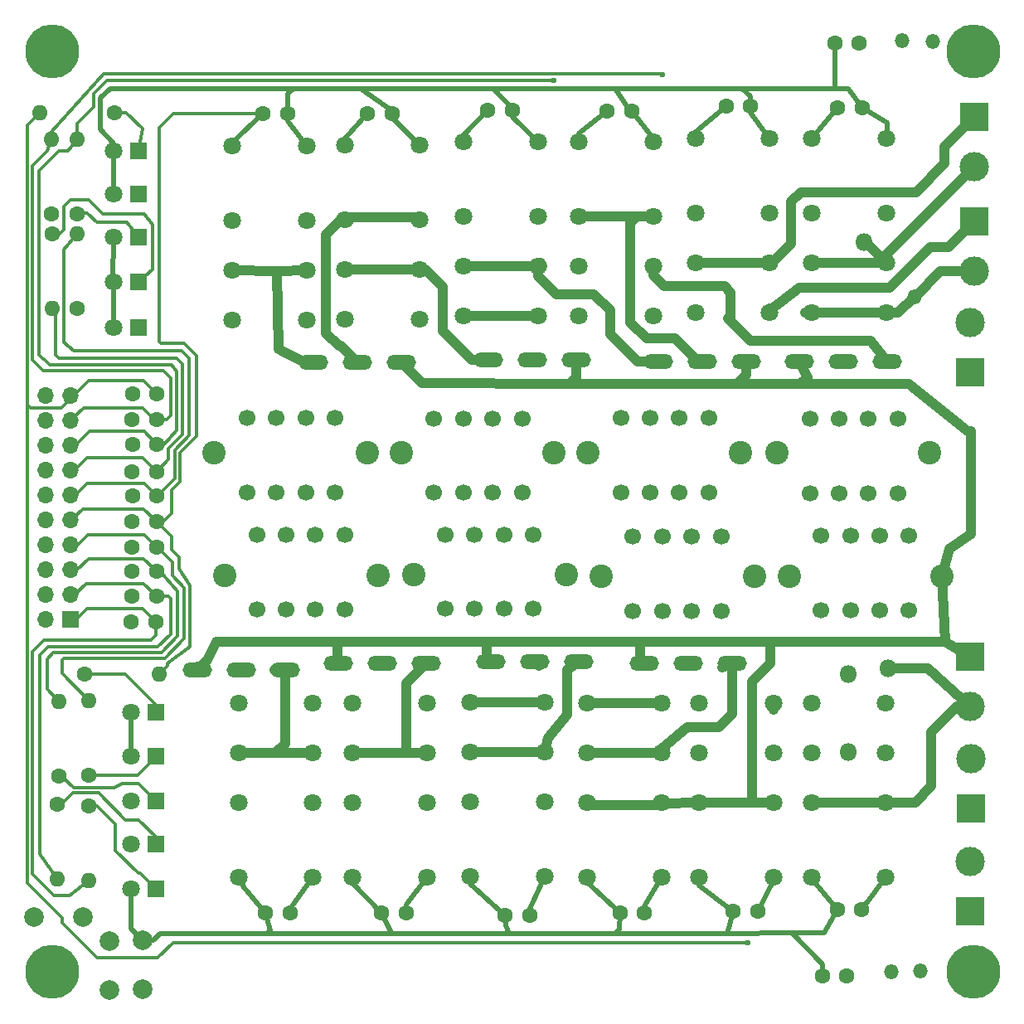
<source format=gbr>
G04 #@! TF.FileFunction,Copper,L2,Bot,Signal*
%FSLAX46Y46*%
G04 Gerber Fmt 4.6, Leading zero omitted, Abs format (unit mm)*
G04 Created by KiCad (PCBNEW 4.0.7) date 11/25/19 02:10:32*
%MOMM*%
%LPD*%
G01*
G04 APERTURE LIST*
%ADD10C,0.100000*%
%ADD11C,1.800000*%
%ADD12C,1.600000*%
%ADD13O,1.600000X1.600000*%
%ADD14R,1.800000X1.800000*%
%ADD15R,3.000000X3.000000*%
%ADD16C,3.000000*%
%ADD17C,5.500000*%
%ADD18O,3.000000X1.500000*%
%ADD19R,1.700000X1.700000*%
%ADD20O,1.700000X1.700000*%
%ADD21C,2.000000*%
%ADD22C,1.700000*%
%ADD23C,2.400000*%
%ADD24O,1.800000X1.800000*%
%ADD25O,1.500000X1.500000*%
%ADD26C,0.600000*%
%ADD27C,1.000000*%
%ADD28C,0.500000*%
%ADD29C,0.350000*%
G04 APERTURE END LIST*
D10*
D11*
X71973280Y-129766080D03*
X71973280Y-119606080D03*
X71973280Y-124686080D03*
X79573280Y-124686080D03*
X79573280Y-129766080D03*
X79573280Y-119606080D03*
X71973280Y-137386080D03*
X79573280Y-137386080D03*
D12*
X53479700Y-129921000D03*
D13*
X53479700Y-137541000D03*
D12*
X85156040Y-59359800D03*
X87656040Y-59359800D03*
X63535560Y-111257080D03*
X61035560Y-111257080D03*
D14*
X63538100Y-129552700D03*
D11*
X60998100Y-129552700D03*
D12*
X52946300Y-71691500D03*
D13*
X52946300Y-79311500D03*
D14*
X63538100Y-138582400D03*
D11*
X60998100Y-138582400D03*
D14*
X63538100Y-133997700D03*
D11*
X60998100Y-133997700D03*
D15*
X146657060Y-114861340D03*
D16*
X146657060Y-119941340D03*
D15*
X147116800Y-70408800D03*
D16*
X147116800Y-75488800D03*
D12*
X113436400Y-140985240D03*
X110936400Y-140985240D03*
X101727000Y-141224000D03*
X99227000Y-141224000D03*
X89077800Y-140970000D03*
X86577800Y-140970000D03*
X77231240Y-141046200D03*
X74731240Y-141046200D03*
X74488040Y-59359800D03*
X76988040Y-59359800D03*
X97454720Y-59065160D03*
X99954720Y-59065160D03*
X109611160Y-59151520D03*
X112111160Y-59151520D03*
X121762520Y-58618120D03*
X124262520Y-58618120D03*
X135620760Y-140705840D03*
X133120760Y-140705840D03*
X59334400Y-59283600D03*
D13*
X51714400Y-59283600D03*
D15*
X147116800Y-59740800D03*
D16*
X147116800Y-64820800D03*
D17*
X147000000Y-53000000D03*
X53000000Y-147000000D03*
D12*
X52920900Y-69596000D03*
D13*
X52920900Y-61976000D03*
D14*
X63538100Y-125031500D03*
D11*
X60998100Y-125031500D03*
D14*
X63512700Y-120535700D03*
D11*
X60972700Y-120535700D03*
D14*
X61800000Y-81200000D03*
D11*
X59260000Y-81200000D03*
D14*
X61800000Y-76600000D03*
D11*
X59260000Y-76600000D03*
D14*
X61800000Y-72000000D03*
D11*
X59260000Y-72000000D03*
D12*
X56667400Y-130048000D03*
D13*
X56667400Y-137668000D03*
D12*
X53644800Y-127025400D03*
D13*
X53644800Y-119405400D03*
D12*
X56730900Y-126949200D03*
D13*
X56730900Y-119329200D03*
D12*
X56273700Y-116624100D03*
D13*
X63893700Y-116624100D03*
D12*
X55525000Y-79325000D03*
D13*
X55525000Y-71705000D03*
D12*
X55475000Y-69625000D03*
D13*
X55475000Y-62005000D03*
D18*
X119329200Y-84734400D03*
X123829200Y-84734400D03*
X114829200Y-84734400D03*
X102000000Y-84500000D03*
X106500000Y-84500000D03*
X97500000Y-84500000D03*
X84100000Y-84800000D03*
X88600000Y-84800000D03*
X79600000Y-84800000D03*
X86680040Y-115559840D03*
X82180040Y-115559840D03*
X91180040Y-115559840D03*
X102224840Y-115366800D03*
X97724840Y-115366800D03*
X106724840Y-115366800D03*
X117922040Y-115519200D03*
X113422040Y-115519200D03*
X122422040Y-115519200D03*
D14*
X61800000Y-67600000D03*
D11*
X59260000Y-67600000D03*
D14*
X61800000Y-63200000D03*
D11*
X59260000Y-63200000D03*
D18*
X72263000Y-116205000D03*
X67763000Y-116205000D03*
X76763000Y-116205000D03*
D15*
X146710400Y-140817600D03*
D16*
X146710400Y-135737600D03*
D15*
X146812000Y-130352800D03*
D16*
X146812000Y-125272800D03*
D15*
X146723100Y-85839300D03*
D16*
X146723100Y-80759300D03*
D18*
X133756400Y-84734400D03*
X129256400Y-84734400D03*
X138256400Y-84734400D03*
D19*
X54864000Y-111061500D03*
D20*
X52324000Y-111061500D03*
X54864000Y-108521500D03*
X52324000Y-108521500D03*
X54864000Y-105981500D03*
X52324000Y-105981500D03*
X54864000Y-103441500D03*
X52324000Y-103441500D03*
X54864000Y-100901500D03*
X52324000Y-100901500D03*
X54864000Y-98361500D03*
X52324000Y-98361500D03*
X54864000Y-95821500D03*
X52324000Y-95821500D03*
X54864000Y-93281500D03*
X52324000Y-93281500D03*
X54864000Y-90741500D03*
X52324000Y-90741500D03*
X54864000Y-88201500D03*
X52324000Y-88201500D03*
D12*
X125003560Y-140817600D03*
X122503560Y-140817600D03*
X133162040Y-58785760D03*
X135662040Y-58785760D03*
X63652400Y-88011000D03*
X61152400Y-88011000D03*
X63601600Y-90627200D03*
X61101600Y-90627200D03*
X63652400Y-93141800D03*
X61152400Y-93141800D03*
X63601600Y-95935800D03*
X61101600Y-95935800D03*
X63652400Y-98399600D03*
X61152400Y-98399600D03*
X63601600Y-101041200D03*
X61101600Y-101041200D03*
X63627000Y-103632000D03*
X61127000Y-103632000D03*
X63627000Y-106146600D03*
X61127000Y-106146600D03*
X63591440Y-108686600D03*
X61091440Y-108686600D03*
D21*
X58790840Y-148859240D03*
X58790840Y-143859240D03*
X62191900Y-148805900D03*
X62191900Y-143805900D03*
X56121300Y-141401800D03*
X51121300Y-141401800D03*
D17*
X147000000Y-147000000D03*
D22*
X93094800Y-109968800D03*
X96094800Y-109968800D03*
X99094800Y-109968800D03*
X102094800Y-109968800D03*
X93094800Y-102365800D03*
X96094800Y-102365800D03*
X99094800Y-102365800D03*
X102094800Y-102365800D03*
D23*
X89840800Y-106476800D03*
X105460800Y-106476800D03*
D22*
X112271800Y-110146600D03*
X115271800Y-110146600D03*
X118271800Y-110146600D03*
X121271800Y-110146600D03*
X112271800Y-102543600D03*
X115271800Y-102543600D03*
X118271800Y-102543600D03*
X121271800Y-102543600D03*
D23*
X109017800Y-106654600D03*
X124637800Y-106654600D03*
D22*
X131461500Y-110108500D03*
X134461500Y-110108500D03*
X137461500Y-110108500D03*
X140461500Y-110108500D03*
X131461500Y-102505500D03*
X134461500Y-102505500D03*
X137461500Y-102505500D03*
X140461500Y-102505500D03*
D23*
X128207500Y-106616500D03*
X143827500Y-106616500D03*
D22*
X73841600Y-110019600D03*
X76841600Y-110019600D03*
X79841600Y-110019600D03*
X82841600Y-110019600D03*
X73841600Y-102416600D03*
X76841600Y-102416600D03*
X79841600Y-102416600D03*
X82841600Y-102416600D03*
D23*
X70587600Y-106527600D03*
X86207600Y-106527600D03*
D22*
X81860400Y-90488000D03*
X78860400Y-90488000D03*
X75860400Y-90488000D03*
X72860400Y-90488000D03*
X81860400Y-98091000D03*
X78860400Y-98091000D03*
X75860400Y-98091000D03*
X72860400Y-98091000D03*
D23*
X85114400Y-93980000D03*
X69494400Y-93980000D03*
D22*
X100946000Y-90508000D03*
X97946000Y-90508000D03*
X94946000Y-90508000D03*
X91946000Y-90508000D03*
X100946000Y-98111000D03*
X97946000Y-98111000D03*
X94946000Y-98111000D03*
X91946000Y-98111000D03*
D23*
X104200000Y-94000000D03*
X88580000Y-94000000D03*
D22*
X120011200Y-90488000D03*
X117011200Y-90488000D03*
X114011200Y-90488000D03*
X111011200Y-90488000D03*
X120011200Y-98091000D03*
X117011200Y-98091000D03*
X114011200Y-98091000D03*
X111011200Y-98091000D03*
D23*
X123265200Y-93980000D03*
X107645200Y-93980000D03*
D22*
X139315200Y-90538800D03*
X136315200Y-90538800D03*
X133315200Y-90538800D03*
X130315200Y-90538800D03*
X139315200Y-98141800D03*
X136315200Y-98141800D03*
X133315200Y-98141800D03*
X130315200Y-98141800D03*
D23*
X142569200Y-94030800D03*
X126949200Y-94030800D03*
D17*
X53000000Y-53000000D03*
D11*
X130479640Y-129710200D03*
X130479640Y-119550200D03*
X130479640Y-124630200D03*
X138079640Y-124630200D03*
X138079640Y-129710200D03*
X138079640Y-119550200D03*
X130479640Y-137330200D03*
X138079640Y-137330200D03*
X118996300Y-129748300D03*
X118996300Y-119588300D03*
X118996300Y-124668300D03*
X126596300Y-124668300D03*
X126596300Y-129748300D03*
X126596300Y-119588300D03*
X118996300Y-137368300D03*
X126596300Y-137368300D03*
X138135520Y-69557880D03*
X138135520Y-79717880D03*
X138135520Y-74637880D03*
X130535520Y-74637880D03*
X130535520Y-69557880D03*
X130535520Y-79717880D03*
X138135520Y-61937880D03*
X130535520Y-61937880D03*
X126233080Y-69557880D03*
X126233080Y-79717880D03*
X126233080Y-74637880D03*
X118633080Y-74637880D03*
X118633080Y-69557880D03*
X118633080Y-79717880D03*
X126233080Y-61937880D03*
X118633080Y-61937880D03*
X114366200Y-69898240D03*
X114366200Y-80058240D03*
X114366200Y-74978240D03*
X106766200Y-74978240D03*
X106766200Y-69898240D03*
X106766200Y-80058240D03*
X114366200Y-62278240D03*
X106766200Y-62278240D03*
X90469880Y-70228440D03*
X90469880Y-80388440D03*
X90469880Y-75308440D03*
X82869880Y-75308440D03*
X82869880Y-70228440D03*
X82869880Y-80388440D03*
X90469880Y-62608440D03*
X82869880Y-62608440D03*
X78971300Y-70314800D03*
X78971300Y-80474800D03*
X78971300Y-75394800D03*
X71371300Y-75394800D03*
X71371300Y-70314800D03*
X71371300Y-80474800D03*
X78971300Y-62694800D03*
X71371300Y-62694800D03*
X83642040Y-129786400D03*
X83642040Y-119626400D03*
X83642040Y-124706400D03*
X91242040Y-124706400D03*
X91242040Y-129786400D03*
X91242040Y-119626400D03*
X83642040Y-137406400D03*
X91242040Y-137406400D03*
X95641000Y-129634000D03*
X95641000Y-119474000D03*
X95641000Y-124554000D03*
X103241000Y-124554000D03*
X103241000Y-129634000D03*
X103241000Y-119474000D03*
X95641000Y-137254000D03*
X103241000Y-137254000D03*
X107579000Y-129761000D03*
X107579000Y-119601000D03*
X107579000Y-124681000D03*
X115179000Y-124681000D03*
X115179000Y-129761000D03*
X115179000Y-119601000D03*
X107579000Y-137381000D03*
X115179000Y-137381000D03*
X102595840Y-69893160D03*
X102595840Y-80053160D03*
X102595840Y-74973160D03*
X94995840Y-74973160D03*
X94995840Y-69893160D03*
X94995840Y-80053160D03*
X102595840Y-62273160D03*
X94995840Y-62273160D03*
D24*
X134264400Y-124602240D03*
X134264400Y-116596160D03*
X138348720Y-115986560D03*
X135890000Y-72506840D03*
D25*
X140995400Y-78069440D03*
X142875000Y-51981100D03*
X139725400Y-51955700D03*
X138633200Y-146989800D03*
X141579600Y-146913600D03*
D12*
X135382000Y-52197000D03*
X132882000Y-52197000D03*
X134112000Y-147447000D03*
X131612000Y-147447000D03*
D26*
X104160320Y-56001920D03*
X123977400Y-144018000D03*
X115290600Y-55438040D03*
D27*
X138587480Y-116001800D02*
X142392400Y-116001800D01*
X142392400Y-116001800D02*
X146657060Y-119941340D01*
X138079640Y-129710200D02*
X130479640Y-129710200D01*
X146657060Y-119941340D02*
X145348960Y-119941340D01*
X145348960Y-119941340D02*
X142722600Y-122567700D01*
X141066500Y-129710200D02*
X138079640Y-129710200D01*
X142722600Y-128054100D02*
X141066500Y-129710200D01*
X142722600Y-122567700D02*
X142722600Y-128054100D01*
X117922040Y-115519200D02*
X117522040Y-115519200D01*
X118028840Y-115647200D02*
X118028840Y-115473600D01*
X118028840Y-115647200D02*
X118028840Y-115245000D01*
X107579000Y-124681000D02*
X115179000Y-124681000D01*
X115179000Y-124681000D02*
X115179000Y-124276960D01*
X115179000Y-124276960D02*
X117779800Y-122072400D01*
X121056400Y-122072400D02*
X122422040Y-120706760D01*
X117779800Y-122072400D02*
X121056400Y-122072400D01*
X122422040Y-120706760D02*
X122422040Y-115519200D01*
X121392280Y-115905760D02*
X122422040Y-115519200D01*
X122528840Y-115647200D02*
X122274840Y-115647200D01*
X107579000Y-125001000D02*
X107579000Y-124821900D01*
X102224840Y-115366800D02*
X101774840Y-115366800D01*
X102624840Y-115766800D02*
X102224840Y-115366800D01*
X103241000Y-124554000D02*
X103576280Y-123118720D01*
X103576280Y-123118720D02*
X105537000Y-120777000D01*
X105537000Y-120777000D02*
X105537000Y-116173640D01*
X105537000Y-116173640D02*
X106724840Y-115366800D01*
X95641000Y-124554000D02*
X103241000Y-124554000D01*
X103241000Y-124874000D02*
X103400200Y-124874000D01*
X106724840Y-115366800D02*
X105814840Y-115366800D01*
X106724840Y-115366800D02*
X106124840Y-115366800D01*
X89154000Y-124706400D02*
X89154000Y-117585880D01*
X89154000Y-117585880D02*
X91180040Y-115559840D01*
X91242040Y-124706400D02*
X89154000Y-124706400D01*
X89154000Y-124706400D02*
X83642040Y-124706400D01*
X91242040Y-125026400D02*
X91242040Y-124927200D01*
X91180040Y-115559840D02*
X90886280Y-115559840D01*
X76763000Y-116205000D02*
X76763000Y-123693800D01*
X76763000Y-123693800D02*
X75770720Y-124686080D01*
X79573280Y-124686080D02*
X75770720Y-124686080D01*
X75770720Y-124686080D02*
X71973280Y-124686080D01*
X77002666Y-116444666D02*
X76763000Y-116205000D01*
X77509760Y-116042440D02*
X75615800Y-116205000D01*
X82869880Y-70228440D02*
X82438260Y-70228440D01*
X82438260Y-70228440D02*
X80924400Y-71742300D01*
X80924400Y-71742300D02*
X80924400Y-81838800D01*
X80924400Y-81838800D02*
X82219800Y-83134200D01*
X82219800Y-83134200D02*
X82434200Y-83134200D01*
X82434200Y-83134200D02*
X84100000Y-84800000D01*
X83600000Y-84300000D02*
X84100000Y-84800000D01*
X90469880Y-69988440D02*
X82869880Y-69988440D01*
X78971300Y-75394800D02*
X75946000Y-75438000D01*
X79600000Y-84800000D02*
X78665900Y-84800000D01*
X78665900Y-84800000D02*
X76111100Y-83451700D01*
X76111100Y-83451700D02*
X75946000Y-75438000D01*
X71371300Y-75394800D02*
X75946000Y-75438000D01*
X102000000Y-84500000D02*
X102000000Y-84341920D01*
X102000000Y-84500000D02*
X101431040Y-84500000D01*
X90469880Y-75308440D02*
X91056440Y-75308440D01*
X91056440Y-75308440D02*
X92837000Y-77089000D01*
X95803000Y-84500000D02*
X97500000Y-84500000D01*
X92837000Y-81534000D02*
X95803000Y-84500000D01*
X92837000Y-77089000D02*
X92837000Y-81534000D01*
X82869880Y-75308440D02*
X90469880Y-75308440D01*
X90469880Y-74988440D02*
X90469880Y-75285440D01*
X112014000Y-73647300D02*
X112014000Y-70548500D01*
X112014000Y-70548500D02*
X112664260Y-69898240D01*
X118948200Y-84734400D02*
X116586000Y-82372200D01*
X116586000Y-82372200D02*
X113690400Y-82372200D01*
X113690400Y-82372200D02*
X112014000Y-80695800D01*
X112014000Y-80695800D02*
X112014000Y-73647300D01*
X119329200Y-84734400D02*
X118948200Y-84734400D01*
X114366200Y-69898240D02*
X112664260Y-69898240D01*
X112664260Y-69898240D02*
X106766200Y-69898240D01*
X102595840Y-74973160D02*
X102595840Y-75963940D01*
X112737900Y-84734400D02*
X114829200Y-84734400D01*
X109918500Y-81915000D02*
X112737900Y-84734400D01*
X109918500Y-79476600D02*
X109918500Y-81915000D01*
X108280200Y-77838300D02*
X109918500Y-79476600D01*
X104470200Y-77838300D02*
X108280200Y-77838300D01*
X102595840Y-75963940D02*
X104470200Y-77838300D01*
X102595840Y-74973160D02*
X103019840Y-74973160D01*
X94995840Y-74973160D02*
X102595840Y-74973160D01*
X102595840Y-74653160D02*
X102831880Y-74653160D01*
X102595840Y-74653160D02*
X102649040Y-74653160D01*
X114400000Y-84700000D02*
X114829200Y-84734400D01*
X103241000Y-119474000D02*
X95641000Y-119474000D01*
X102595840Y-80053160D02*
X94995840Y-80053160D01*
X126233080Y-79717880D02*
X126278660Y-79461360D01*
X126278660Y-79461360D02*
X129235200Y-77152500D01*
X144526000Y-72999600D02*
X147116800Y-70408800D01*
X142646400Y-72999600D02*
X144526000Y-72999600D01*
X138493500Y-77152500D02*
X142646400Y-72999600D01*
X129235200Y-77152500D02*
X138493500Y-77152500D01*
X126233080Y-79717880D02*
X126563120Y-79461360D01*
X126233080Y-79317880D02*
X126356080Y-79317880D01*
X126233080Y-74637880D02*
X126418360Y-74637880D01*
X126418360Y-74637880D02*
X128409700Y-72646540D01*
X128409700Y-72646540D02*
X128409700Y-70929500D01*
X144094200Y-62763400D02*
X147116800Y-59740800D01*
X144094200Y-64465200D02*
X144094200Y-62763400D01*
X141160500Y-67398900D02*
X144094200Y-64465200D01*
X129425700Y-67398900D02*
X141160500Y-67398900D01*
X128435100Y-68389500D02*
X129425700Y-67398900D01*
X128409700Y-70929500D02*
X128435100Y-68389500D01*
X118633080Y-74637880D02*
X126233080Y-74637880D01*
D28*
X113436400Y-140985240D02*
X113436400Y-140294540D01*
X113436400Y-140294540D02*
X115179000Y-137381000D01*
D29*
X63535560Y-111257080D02*
X63535560Y-112638840D01*
X54724300Y-139255500D02*
X56667400Y-137668000D01*
X53098700Y-139255500D02*
X54724300Y-139255500D01*
X50969002Y-137024202D02*
X53098700Y-139255500D01*
X50969002Y-114308798D02*
X50969002Y-137024202D01*
X52120800Y-113157000D02*
X50969002Y-114308798D01*
X63017400Y-113157000D02*
X52120800Y-113157000D01*
X63535560Y-112638840D02*
X63017400Y-113157000D01*
X54864000Y-111061500D02*
X55377080Y-111061500D01*
X55377080Y-111061500D02*
X56494680Y-109943900D01*
X56494680Y-109943900D02*
X62222380Y-109943900D01*
X62222380Y-109943900D02*
X63535560Y-111257080D01*
D28*
X101727000Y-141224000D02*
X101727000Y-140622200D01*
X101727000Y-140622200D02*
X103241000Y-137254000D01*
D29*
X53479700Y-137541000D02*
X53492400Y-137541000D01*
X63591440Y-108686600D02*
X64795400Y-108686600D01*
X51663600Y-134975600D02*
X53479700Y-137541000D01*
X51663600Y-114681000D02*
X51663600Y-134975600D01*
X52501800Y-113842800D02*
X51663600Y-114681000D01*
X63741300Y-113842800D02*
X52501800Y-113842800D01*
X65036700Y-112547400D02*
X63741300Y-113842800D01*
X65036700Y-108927900D02*
X65036700Y-112547400D01*
X64795400Y-108686600D02*
X65036700Y-108927900D01*
X54864000Y-108521500D02*
X55262780Y-108521500D01*
X55262780Y-108521500D02*
X56410860Y-107373420D01*
X56410860Y-107373420D02*
X62278260Y-107373420D01*
X62278260Y-107373420D02*
X63591440Y-108686600D01*
X63591440Y-108686600D02*
X63982600Y-108686600D01*
D28*
X89077800Y-140970000D02*
X89077800Y-140186800D01*
X89077800Y-140186800D02*
X91242040Y-137406400D01*
D29*
X63627000Y-106146600D02*
X63969900Y-106146600D01*
X63969900Y-106146600D02*
X65722500Y-108165900D01*
X52425600Y-118186200D02*
X53644800Y-119405400D01*
X52425600Y-115062000D02*
X52425600Y-118186200D01*
X53073300Y-114414300D02*
X52425600Y-115062000D01*
X64160400Y-114414300D02*
X53073300Y-114414300D01*
X65722500Y-112737900D02*
X64160400Y-114414300D01*
X65722500Y-108165900D02*
X65722500Y-112737900D01*
X54864000Y-105981500D02*
X55511700Y-105981500D01*
X55511700Y-105981500D02*
X56662320Y-104830880D01*
X56662320Y-104830880D02*
X62311280Y-104830880D01*
X62311280Y-104830880D02*
X63627000Y-106146600D01*
X63627000Y-106146600D02*
X64046100Y-106146600D01*
D28*
X77231240Y-141046200D02*
X77231240Y-140575800D01*
X77231240Y-140575800D02*
X79573280Y-137386080D01*
D29*
X63627000Y-103632000D02*
X63715900Y-103632000D01*
X63715900Y-103632000D02*
X65239900Y-105156000D01*
X53949600Y-116547900D02*
X56730900Y-119329200D01*
X53949600Y-115163600D02*
X53949600Y-116547900D01*
X54140100Y-114973100D02*
X53949600Y-115163600D01*
X64516000Y-114973100D02*
X54140100Y-114973100D01*
X66400000Y-112966500D02*
X64516000Y-114973100D01*
X66400000Y-107810300D02*
X66400000Y-112966500D01*
X65239900Y-106527600D02*
X66400000Y-107810300D01*
X65239900Y-105156000D02*
X65239900Y-106527600D01*
X54864000Y-103441500D02*
X55592980Y-103441500D01*
X55592980Y-103441500D02*
X56634380Y-102400100D01*
X56634380Y-102400100D02*
X62395100Y-102400100D01*
X62395100Y-102400100D02*
X63627000Y-103632000D01*
X63881000Y-65100200D02*
X63881000Y-60817760D01*
X65338960Y-59359800D02*
X74488040Y-59359800D01*
X63881000Y-60817760D02*
X65338960Y-59359800D01*
X63601600Y-101041200D02*
X64287400Y-101041200D01*
X64287400Y-101041200D02*
X65125600Y-100203000D01*
X63881000Y-82677000D02*
X63881000Y-65100200D01*
X64033400Y-82829400D02*
X63881000Y-82677000D01*
X66395600Y-82829400D02*
X64033400Y-82829400D01*
X67716400Y-84150200D02*
X66395600Y-82829400D01*
X67716400Y-92329000D02*
X67716400Y-84150200D01*
X66018502Y-94026898D02*
X67716400Y-92329000D01*
X66018502Y-96947898D02*
X66018502Y-94026898D01*
X65125600Y-97840800D02*
X66018502Y-96947898D01*
X65125600Y-100203000D02*
X65125600Y-97840800D01*
D28*
X71371300Y-62694800D02*
X71371300Y-62368600D01*
X71371300Y-62368600D02*
X74488040Y-59359800D01*
D29*
X63601600Y-101041200D02*
X63652400Y-101041200D01*
X63652400Y-101041200D02*
X65151000Y-102539800D01*
X64714304Y-115803496D02*
X63893700Y-116624100D01*
X64714304Y-115557300D02*
X64714304Y-115803496D01*
X67000000Y-113799002D02*
X64714304Y-115557300D01*
X67000000Y-107576002D02*
X67000000Y-113799002D01*
X65938400Y-105841800D02*
X67000000Y-107576002D01*
X65938400Y-104711500D02*
X65938400Y-105841800D01*
X65151000Y-103924100D02*
X65938400Y-104711500D01*
X65151000Y-102539800D02*
X65151000Y-103924100D01*
X63601600Y-101041200D02*
X64312800Y-101041200D01*
X54864000Y-100901500D02*
X54919880Y-100901500D01*
X54919880Y-100901500D02*
X56075580Y-99745800D01*
X56075580Y-99745800D02*
X62306200Y-99745800D01*
X62306200Y-99745800D02*
X63601600Y-101041200D01*
X63601600Y-101041200D02*
X64211200Y-101041200D01*
D28*
X82869880Y-62608440D02*
X82869880Y-61885440D01*
X82869880Y-61885440D02*
X85156040Y-59359800D01*
D29*
X63652400Y-98399600D02*
X63690500Y-98399600D01*
X63690500Y-98399600D02*
X65468500Y-96621600D01*
X54155600Y-73254400D02*
X55525000Y-71705000D01*
X54155600Y-82741300D02*
X54155600Y-73254400D01*
X55130700Y-83591400D02*
X54155600Y-82741300D01*
X66179700Y-83591400D02*
X55130700Y-83591400D01*
X66941700Y-84353400D02*
X66179700Y-83591400D01*
X66941700Y-92278200D02*
X66941700Y-84353400D01*
X65468500Y-93751400D02*
X66941700Y-92278200D01*
X65468500Y-96621600D02*
X65468500Y-93751400D01*
X63652400Y-98399600D02*
X63804800Y-98399600D01*
X54864000Y-98361500D02*
X55336440Y-98361500D01*
X55336440Y-98361500D02*
X56550560Y-97147380D01*
X56550560Y-97147380D02*
X62400180Y-97147380D01*
X62400180Y-97147380D02*
X63652400Y-98399600D01*
X63652400Y-98399600D02*
X63652400Y-98348800D01*
D28*
X94995840Y-62273160D02*
X94995840Y-61620560D01*
X94995840Y-61620560D02*
X97454720Y-59065160D01*
D29*
X63601600Y-95935800D02*
X63627000Y-95935800D01*
X63627000Y-95935800D02*
X64846200Y-94716600D01*
X53301900Y-84010500D02*
X53301900Y-79667100D01*
X53682900Y-84391500D02*
X53301900Y-84010500D01*
X65684400Y-84391500D02*
X53682900Y-84391500D01*
X66255900Y-84963000D02*
X65684400Y-84391500D01*
X66255900Y-92163900D02*
X66255900Y-84963000D01*
X64846200Y-93573600D02*
X66255900Y-92163900D01*
X64846200Y-94716600D02*
X64846200Y-93573600D01*
X53301900Y-79667100D02*
X52946300Y-79311500D01*
X63601600Y-95935800D02*
X63957200Y-95935800D01*
X54864000Y-95821500D02*
X55222140Y-95821500D01*
X55222140Y-95821500D02*
X56522620Y-94521020D01*
X56522620Y-94521020D02*
X62186820Y-94521020D01*
X62186820Y-94521020D02*
X63601600Y-95935800D01*
X55475000Y-62005000D02*
X55475000Y-60425200D01*
X55475000Y-60425200D02*
X57226200Y-58674000D01*
X57226200Y-58674000D02*
X57226200Y-57353200D01*
X57226200Y-57353200D02*
X58547000Y-56032400D01*
X58547000Y-56032400D02*
X104160320Y-56001920D01*
D28*
X106766200Y-62278240D02*
X106766200Y-61420440D01*
X106766200Y-61420440D02*
X109611160Y-59151520D01*
D29*
X52146200Y-84429600D02*
X52019200Y-84429600D01*
X54571900Y-63207900D02*
X55475000Y-62005000D01*
X53606700Y-63207900D02*
X54571900Y-63207900D01*
X51587400Y-65227200D02*
X53606700Y-63207900D01*
X51587400Y-83997800D02*
X51587400Y-65227200D01*
X52019200Y-84429600D02*
X51587400Y-83997800D01*
X63652400Y-93141800D02*
X64389000Y-93141800D01*
X64389000Y-93141800D02*
X65659000Y-91719400D01*
X52730400Y-85013800D02*
X52146200Y-84429600D01*
X65125600Y-85013800D02*
X52730400Y-85013800D01*
X65659000Y-85750400D02*
X65125600Y-85013800D01*
X65659000Y-91719400D02*
X65659000Y-85750400D01*
X54864000Y-93281500D02*
X55331360Y-93281500D01*
X55331360Y-93281500D02*
X56774080Y-91838780D01*
X56774080Y-91838780D02*
X62349380Y-91838780D01*
X62349380Y-91838780D02*
X63652400Y-93141800D01*
D28*
X131612000Y-147447000D02*
X131612000Y-146217000D01*
X131612000Y-146217000D02*
X128458358Y-143063358D01*
X132882000Y-52197000D02*
X132882000Y-56806490D01*
X132842000Y-56769000D02*
X132842000Y-56806546D01*
X132844510Y-56769000D02*
X132842000Y-56769000D01*
X132882000Y-56806490D02*
X132844510Y-56769000D01*
X76988040Y-59359800D02*
X76988040Y-57393200D01*
X76988040Y-57393200D02*
X77561440Y-56819800D01*
X99227000Y-141224000D02*
X99314000Y-142240000D01*
X99314000Y-142240000D02*
X99588320Y-143129000D01*
X110936400Y-140985240D02*
X110911000Y-142677520D01*
X110911000Y-142677520D02*
X110458882Y-143129638D01*
X86577800Y-140970000D02*
X87537920Y-142844998D01*
X87537920Y-142844998D02*
X87253918Y-143129000D01*
X74731240Y-141046200D02*
X75229080Y-142814680D01*
X75229080Y-142814680D02*
X74914760Y-143129000D01*
X71973280Y-137386080D02*
X72532080Y-138344120D01*
X72532080Y-138344120D02*
X74731240Y-141046200D01*
X99954720Y-59065160D02*
X99954720Y-59690460D01*
X99954720Y-59690460D02*
X102595840Y-62273160D01*
X60972700Y-120535700D02*
X60972700Y-125006100D01*
X60972700Y-125006100D02*
X60998100Y-125031500D01*
X83642040Y-137406400D02*
X83642040Y-137998400D01*
X83642040Y-137998400D02*
X86577800Y-140970000D01*
X95641000Y-137254000D02*
X95641000Y-138044400D01*
X95641000Y-138044400D02*
X99227000Y-141224000D01*
X107579000Y-137381000D02*
X107579000Y-137879300D01*
X107579000Y-137879300D02*
X110936400Y-140985240D01*
X130479640Y-137330200D02*
X130479640Y-137561600D01*
X130479640Y-137561600D02*
X133120760Y-140705840D01*
X118996300Y-137368300D02*
X118996300Y-138171400D01*
X118996300Y-138171400D02*
X122503560Y-140817600D01*
X122503560Y-140817600D02*
X122209560Y-141909800D01*
X122209560Y-141909800D02*
X121904760Y-143134080D01*
X62191900Y-143805900D02*
X63331100Y-143805900D01*
X68935600Y-143129000D02*
X74914760Y-143129000D01*
X64008000Y-143129000D02*
X68935600Y-143129000D01*
X63331100Y-143805900D02*
X64008000Y-143129000D01*
X131790440Y-143027400D02*
X133120760Y-140705840D01*
X74914760Y-143129000D02*
X82346800Y-143129000D01*
X82346800Y-143129000D02*
X87253918Y-143129000D01*
X87253918Y-143129000D02*
X95402400Y-143129000D01*
X95402400Y-143129000D02*
X99588320Y-143129000D01*
X108813600Y-143129000D02*
X110458882Y-143129638D01*
X99588320Y-143129000D02*
X108813600Y-143129000D01*
X110458882Y-143129638D02*
X121904760Y-143134080D01*
X121904760Y-143134080D02*
X128458358Y-143063358D01*
X128458358Y-143063358D02*
X131790440Y-143027400D01*
X76988040Y-59359800D02*
X76988040Y-60108000D01*
X76988040Y-60108000D02*
X78971300Y-62694800D01*
X87656040Y-59359800D02*
X87656040Y-59809600D01*
X87656040Y-59809600D02*
X90469880Y-62608440D01*
X84480400Y-56819800D02*
X87823040Y-59192800D01*
X87823040Y-59192800D02*
X87656040Y-59359800D01*
X98018600Y-56819800D02*
X100020120Y-58999760D01*
X100020120Y-58999760D02*
X99954720Y-59065160D01*
X110413800Y-56819800D02*
X111617760Y-58658120D01*
X111617760Y-58658120D02*
X112111160Y-59151520D01*
X114366200Y-62278240D02*
X114366200Y-61906040D01*
X114366200Y-61906040D02*
X112111160Y-59151520D01*
X124262520Y-58618120D02*
X124216800Y-57618000D01*
X124216800Y-57618000D02*
X123418600Y-56819800D01*
X124262520Y-58618120D02*
X124262520Y-59272920D01*
X124262520Y-59272920D02*
X126233080Y-61937880D01*
X135662040Y-58785760D02*
X138186800Y-60306800D01*
X138186800Y-60306800D02*
X138135520Y-61937880D01*
X59260000Y-63200000D02*
X59260000Y-62409600D01*
X59260000Y-62409600D02*
X57886600Y-61036200D01*
X70408800Y-56819800D02*
X77561440Y-56819800D01*
X58851800Y-56819800D02*
X70408800Y-56819800D01*
X57886600Y-57785000D02*
X58851800Y-56819800D01*
X57886600Y-61036200D02*
X57886600Y-57785000D01*
X77561440Y-56819800D02*
X84480400Y-56819800D01*
X84480400Y-56819800D02*
X98018600Y-56819800D01*
X98018600Y-56819800D02*
X110413800Y-56819800D01*
X110413800Y-56819800D02*
X123418600Y-56819800D01*
X134254240Y-56804560D02*
X135662040Y-58785760D01*
X123418600Y-56819800D02*
X132842000Y-56806546D01*
X132842000Y-56806546D02*
X134254240Y-56804560D01*
X60998100Y-138582400D02*
X60998100Y-142612100D01*
X60998100Y-142612100D02*
X62191900Y-143805900D01*
X59260000Y-76600000D02*
X59260000Y-81200000D01*
X59260000Y-72000000D02*
X59183800Y-76523800D01*
X59183800Y-76523800D02*
X59260000Y-76600000D01*
X59254920Y-71994920D02*
X59260000Y-72000000D01*
X59260000Y-67600000D02*
X59204120Y-63255880D01*
X59204120Y-63255880D02*
X59260000Y-63200000D01*
X59260000Y-63113640D02*
X59260000Y-63200000D01*
D29*
X59310800Y-71949200D02*
X59260000Y-72000000D01*
D28*
X61035560Y-111257080D02*
X61020960Y-111257080D01*
D29*
X59326040Y-67640640D02*
X59219360Y-67640640D01*
D27*
X140995400Y-78069440D02*
X141086840Y-78069440D01*
X141086840Y-78069440D02*
X143667480Y-75488800D01*
X143667480Y-75488800D02*
X147116800Y-75488800D01*
X138135520Y-79717880D02*
X139346960Y-79717880D01*
X139346960Y-79717880D02*
X140995400Y-78069440D01*
X129819420Y-79717880D02*
X130535520Y-79717880D01*
X138135520Y-79717880D02*
X130535520Y-79717880D01*
D29*
X56667400Y-130048000D02*
X57505600Y-130048000D01*
X61912500Y-136956800D02*
X63538100Y-138582400D01*
X61734700Y-136956800D02*
X61912500Y-136956800D01*
X59436000Y-134658100D02*
X61734700Y-136956800D01*
X59436000Y-131978400D02*
X59436000Y-134658100D01*
X57505600Y-130048000D02*
X59436000Y-131978400D01*
X53479700Y-129921000D02*
X53886100Y-129921000D01*
X53886100Y-129921000D02*
X55041800Y-128765300D01*
X55041800Y-128765300D02*
X57696100Y-128765300D01*
X57696100Y-128765300D02*
X60426600Y-131495800D01*
X60426600Y-131495800D02*
X61798200Y-131495800D01*
X61798200Y-131495800D02*
X63538100Y-133235700D01*
X63538100Y-133235700D02*
X63538100Y-133997700D01*
X53644800Y-127025400D02*
X53924200Y-127025400D01*
X53924200Y-127025400D02*
X55194200Y-128206500D01*
X55194200Y-128206500D02*
X59296300Y-128206500D01*
X59296300Y-128206500D02*
X60071000Y-127800100D01*
X60071000Y-127800100D02*
X61785500Y-127800100D01*
X61785500Y-127800100D02*
X63538100Y-129552700D01*
X56730900Y-126949200D02*
X61683900Y-126949200D01*
X61683900Y-126949200D02*
X63538100Y-125095000D01*
X63538100Y-125095000D02*
X63538100Y-125031500D01*
X56273700Y-116624100D02*
X60401200Y-116624100D01*
X60401200Y-116624100D02*
X63512700Y-119735600D01*
X63512700Y-119735600D02*
X63512700Y-120535700D01*
X52946300Y-71691500D02*
X53721000Y-71691500D01*
X53721000Y-71691500D02*
X54178200Y-71234300D01*
X63232598Y-75332682D02*
X61800000Y-76600000D01*
X63232598Y-70735098D02*
X63232598Y-75332682D01*
X62357000Y-69659500D02*
X63232598Y-70735098D01*
X58153300Y-69659500D02*
X62357000Y-69659500D01*
X56705500Y-68211700D02*
X58153300Y-69659500D01*
X54825900Y-68211700D02*
X56705500Y-68211700D01*
X54178200Y-68859400D02*
X54825900Y-68211700D01*
X54178200Y-71234300D02*
X54178200Y-68859400D01*
X55475000Y-69625000D02*
X56540400Y-69545200D01*
X60568840Y-70510400D02*
X61800000Y-72000000D01*
X57505600Y-70510400D02*
X60568840Y-70510400D01*
X56540400Y-69545200D02*
X57505600Y-70510400D01*
X61800000Y-72000000D02*
X62485800Y-72000000D01*
X50419000Y-88849200D02*
X50419000Y-137947400D01*
X65303400Y-144018000D02*
X123977400Y-144018000D01*
X63703200Y-145618200D02*
X65303400Y-144018000D01*
X57531000Y-145618200D02*
X63703200Y-145618200D01*
X53975000Y-142062200D02*
X57531000Y-145618200D01*
X53975000Y-141503400D02*
X53975000Y-142062200D01*
X50419000Y-137947400D02*
X53975000Y-141503400D01*
D28*
X135620760Y-140705840D02*
X136738360Y-139227560D01*
X136738360Y-139227560D02*
X138079640Y-137330200D01*
X126596300Y-137368300D02*
X126596300Y-137703400D01*
X126596300Y-137703400D02*
X125003560Y-140817600D01*
D29*
X54864000Y-88201500D02*
X54864000Y-88493600D01*
X54864000Y-88493600D02*
X53898800Y-89458800D01*
X53898800Y-89458800D02*
X50774600Y-89458800D01*
X50774600Y-89458800D02*
X50419000Y-89103200D01*
X50419000Y-89103200D02*
X50419000Y-88849200D01*
X50419000Y-88849200D02*
X50419000Y-60579000D01*
X50419000Y-60579000D02*
X51714400Y-59283600D01*
X54864000Y-88201500D02*
X54810660Y-88201500D01*
X54864000Y-88201500D02*
X55130700Y-88201500D01*
X55130700Y-88201500D02*
X56690260Y-86641940D01*
X62283340Y-86641940D02*
X63652400Y-88011000D01*
X56690260Y-86641940D02*
X62283340Y-86641940D01*
X52920900Y-61976000D02*
X52920900Y-61252100D01*
X52920900Y-61252100D02*
X58242200Y-55321200D01*
X115163600Y-55311040D02*
X115290600Y-55438040D01*
X58242200Y-55321200D02*
X115163600Y-55311040D01*
D28*
X130535520Y-61937880D02*
X130535520Y-61908880D01*
X130535520Y-61908880D02*
X133162040Y-58785760D01*
X118633080Y-61937880D02*
X118633080Y-61216680D01*
X118633080Y-61216680D02*
X121762520Y-58618120D01*
D29*
X52920900Y-61976000D02*
X52438300Y-63233300D01*
X64643000Y-90627200D02*
X65074800Y-90195400D01*
X65074800Y-90195400D02*
X65074800Y-86410800D01*
X65074800Y-86410800D02*
X64287400Y-85623400D01*
X64287400Y-85623400D02*
X52019200Y-85623400D01*
X52019200Y-85623400D02*
X50969002Y-84573202D01*
X50969002Y-84573202D02*
X50969002Y-64702598D01*
X50969002Y-64702598D02*
X52438300Y-63233300D01*
X64643000Y-90627200D02*
X63601600Y-90627200D01*
X63601600Y-90627200D02*
X63385700Y-90627200D01*
X63385700Y-90627200D02*
X62194440Y-89435940D01*
X56169560Y-89435940D02*
X54864000Y-90741500D01*
X62194440Y-89435940D02*
X56169560Y-89435940D01*
X61800000Y-67600000D02*
X62018440Y-67600000D01*
X59334400Y-59283600D02*
X60528200Y-59283600D01*
X62194440Y-60949840D02*
X61800000Y-63200000D01*
X60528200Y-59283600D02*
X62194440Y-60949840D01*
X61916840Y-63200000D02*
X61800000Y-63200000D01*
D27*
X124396500Y-129748300D02*
X124396500Y-117386100D01*
X126301500Y-115481100D02*
X126301500Y-113360200D01*
X124396500Y-117386100D02*
X126301500Y-115481100D01*
X118996300Y-129748300D02*
X115255200Y-129837200D01*
X115255200Y-129837200D02*
X115179000Y-129761000D01*
X126596300Y-129748300D02*
X124396500Y-129748300D01*
X124396500Y-129748300D02*
X118996300Y-129748300D01*
X115179000Y-130001000D02*
X107579000Y-130001000D01*
X113004600Y-113360200D02*
X113004600Y-115101760D01*
X113004600Y-115101760D02*
X113422040Y-115519200D01*
X97348040Y-113360200D02*
X97348040Y-114990000D01*
X97348040Y-114990000D02*
X97724840Y-115366800D01*
X143827500Y-106616500D02*
X144604731Y-103869951D01*
X144604731Y-103869951D02*
X146801840Y-102311200D01*
X123829200Y-84734400D02*
X123829200Y-86025600D01*
X123829200Y-86025600D02*
X122859800Y-86995000D01*
X129256400Y-84734400D02*
X130069200Y-86300700D01*
X130069200Y-86300700D02*
X129374900Y-86995000D01*
X123829200Y-84734400D02*
X123929200Y-84734400D01*
X106500000Y-84500000D02*
X106500000Y-86300000D01*
X106500000Y-86300000D02*
X105831205Y-86968795D01*
X113422040Y-115519200D02*
X112672040Y-115569200D01*
X100279200Y-113360200D02*
X113004600Y-113360200D01*
X113004600Y-113360200D02*
X116589800Y-113360200D01*
X125577600Y-113360200D02*
X126301500Y-113360200D01*
X116589800Y-113360200D02*
X125577600Y-113360200D01*
X127523240Y-113360200D02*
X128625600Y-113360200D01*
X126492000Y-113360200D02*
X127523240Y-113360200D01*
X126301500Y-113360200D02*
X126492000Y-113360200D01*
X146801840Y-91782900D02*
X146433540Y-91782900D01*
X140385800Y-86995000D02*
X129374900Y-86995000D01*
X146801840Y-102311200D02*
X146801840Y-91782900D01*
X146433540Y-91782900D02*
X140385800Y-86995000D01*
X143827500Y-106616500D02*
X143958700Y-106616500D01*
X106500000Y-84500000D02*
X106500000Y-84872500D01*
X90700000Y-86900000D02*
X88600000Y-84800000D01*
X105831205Y-86968795D02*
X90700000Y-86900000D01*
X111595000Y-86995000D02*
X105831205Y-86968795D01*
X122859800Y-86995000D02*
X111595000Y-86995000D01*
X129374900Y-86995000D02*
X122859800Y-86995000D01*
X97449640Y-115091600D02*
X97724840Y-115366800D01*
X82143600Y-113360200D02*
X82006440Y-115386240D01*
X82006440Y-115386240D02*
X82180040Y-115559840D01*
X67763000Y-116205000D02*
X68827854Y-115215690D01*
X69761100Y-113360200D02*
X82143600Y-113360200D01*
X82143600Y-113360200D02*
X97348040Y-113360200D01*
X97348040Y-113360200D02*
X100279200Y-113360200D01*
X68827854Y-115215690D02*
X69761100Y-113360200D01*
X146098260Y-114302540D02*
X146657060Y-114861340D01*
X67763000Y-116205000D02*
X67763000Y-115879000D01*
X96941640Y-115366800D02*
X97724840Y-115366800D01*
X143827500Y-106616500D02*
X144157700Y-113360200D01*
X144157700Y-113360200D02*
X146657060Y-114861340D01*
X128625600Y-113360200D02*
X144157700Y-113360200D01*
X126596300Y-119588300D02*
X126596300Y-120271700D01*
X126596300Y-119588300D02*
X126596300Y-119697660D01*
X126596300Y-119588300D02*
X126992400Y-119588300D01*
X126596300Y-119988300D02*
X126467900Y-119988300D01*
X146723100Y-85839300D02*
X146723100Y-86347300D01*
X114366200Y-74978240D02*
X114366200Y-75923300D01*
X122262900Y-77647800D02*
X122262900Y-80576420D01*
X121653300Y-77038200D02*
X122262900Y-77647800D01*
X115481100Y-77038200D02*
X121653300Y-77038200D01*
X114366200Y-75923300D02*
X115481100Y-77038200D01*
X124277120Y-82590640D02*
X136544440Y-82590640D01*
X136544440Y-82590640D02*
X138256400Y-84734400D01*
X122262900Y-80576420D02*
X124277120Y-82590640D01*
X121986040Y-80299560D02*
X122262900Y-80576420D01*
X115179000Y-119601000D02*
X107579000Y-119601000D01*
X135890000Y-72506840D02*
X136004480Y-72506840D01*
X136004480Y-72506840D02*
X138135520Y-74637880D01*
X138135520Y-74637880D02*
X130535520Y-74637880D01*
X138135520Y-74637880D02*
X138135520Y-73802080D01*
X138135520Y-73802080D02*
X147116800Y-64820800D01*
M02*

</source>
